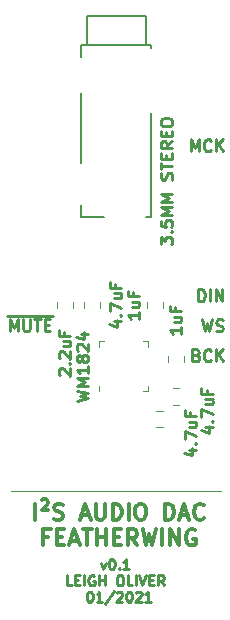
<source format=gbr>
%TF.GenerationSoftware,KiCad,Pcbnew,5.99.0-unknown-fc7f1d1d86~106~ubuntu20.04.1*%
%TF.CreationDate,2021-01-14T14:57:37+11:00*%
%TF.ProjectId,dac-featherwing,6461632d-6665-4617-9468-657277696e67,rev?*%
%TF.SameCoordinates,Original*%
%TF.FileFunction,Legend,Top*%
%TF.FilePolarity,Positive*%
%FSLAX46Y46*%
G04 Gerber Fmt 4.6, Leading zero omitted, Abs format (unit mm)*
G04 Created by KiCad (PCBNEW 5.99.0-unknown-fc7f1d1d86~106~ubuntu20.04.1) date 2021-01-14 14:57:37*
%MOMM*%
%LPD*%
G01*
G04 APERTURE LIST*
%ADD10C,0.120000*%
%ADD11C,0.250000*%
%ADD12C,0.312500*%
%ADD13C,0.212500*%
%ADD14C,0.150000*%
%ADD15C,0.127000*%
G04 APERTURE END LIST*
D10*
X157480000Y-113284000D02*
X175260000Y-113284000D01*
D11*
X173319785Y-97226380D02*
X173319785Y-96226380D01*
X173557880Y-96226380D01*
X173700738Y-96274000D01*
X173795976Y-96369238D01*
X173843595Y-96464476D01*
X173891214Y-96654952D01*
X173891214Y-96797809D01*
X173843595Y-96988285D01*
X173795976Y-97083523D01*
X173700738Y-97178761D01*
X173557880Y-97226380D01*
X173319785Y-97226380D01*
X174319785Y-97226380D02*
X174319785Y-96226380D01*
X174795976Y-97226380D02*
X174795976Y-96226380D01*
X175367404Y-97226380D01*
X175367404Y-96226380D01*
X173653119Y-98766380D02*
X173891214Y-99766380D01*
X174081690Y-99052095D01*
X174272166Y-99766380D01*
X174510261Y-98766380D01*
X174843595Y-99718761D02*
X174986452Y-99766380D01*
X175224547Y-99766380D01*
X175319785Y-99718761D01*
X175367404Y-99671142D01*
X175415023Y-99575904D01*
X175415023Y-99480666D01*
X175367404Y-99385428D01*
X175319785Y-99337809D01*
X175224547Y-99290190D01*
X175034071Y-99242571D01*
X174938833Y-99194952D01*
X174891214Y-99147333D01*
X174843595Y-99052095D01*
X174843595Y-98956857D01*
X174891214Y-98861619D01*
X174938833Y-98814000D01*
X175034071Y-98766380D01*
X175272166Y-98766380D01*
X175415023Y-98814000D01*
D12*
X159520428Y-115728964D02*
X159520428Y-114378964D01*
X160099000Y-114057535D02*
X160227571Y-113993250D01*
X160420428Y-113993250D01*
X160549000Y-114057535D01*
X160613285Y-114186107D01*
X160613285Y-114314678D01*
X160549000Y-114443250D01*
X160099000Y-114893250D01*
X160613285Y-114893250D01*
X161127571Y-115664678D02*
X161320428Y-115728964D01*
X161641857Y-115728964D01*
X161770428Y-115664678D01*
X161834714Y-115600392D01*
X161899000Y-115471821D01*
X161899000Y-115343250D01*
X161834714Y-115214678D01*
X161770428Y-115150392D01*
X161641857Y-115086107D01*
X161384714Y-115021821D01*
X161256142Y-114957535D01*
X161191857Y-114893250D01*
X161127571Y-114764678D01*
X161127571Y-114636107D01*
X161191857Y-114507535D01*
X161256142Y-114443250D01*
X161384714Y-114378964D01*
X161706142Y-114378964D01*
X161899000Y-114443250D01*
X163441857Y-115343250D02*
X164084714Y-115343250D01*
X163313285Y-115728964D02*
X163763285Y-114378964D01*
X164213285Y-115728964D01*
X164663285Y-114378964D02*
X164663285Y-115471821D01*
X164727571Y-115600392D01*
X164791857Y-115664678D01*
X164920428Y-115728964D01*
X165177571Y-115728964D01*
X165306142Y-115664678D01*
X165370428Y-115600392D01*
X165434714Y-115471821D01*
X165434714Y-114378964D01*
X166077571Y-115728964D02*
X166077571Y-114378964D01*
X166399000Y-114378964D01*
X166591857Y-114443250D01*
X166720428Y-114571821D01*
X166784714Y-114700392D01*
X166849000Y-114957535D01*
X166849000Y-115150392D01*
X166784714Y-115407535D01*
X166720428Y-115536107D01*
X166591857Y-115664678D01*
X166399000Y-115728964D01*
X166077571Y-115728964D01*
X167427571Y-115728964D02*
X167427571Y-114378964D01*
X168327571Y-114378964D02*
X168584714Y-114378964D01*
X168713285Y-114443250D01*
X168841857Y-114571821D01*
X168906142Y-114828964D01*
X168906142Y-115278964D01*
X168841857Y-115536107D01*
X168713285Y-115664678D01*
X168584714Y-115728964D01*
X168327571Y-115728964D01*
X168199000Y-115664678D01*
X168070428Y-115536107D01*
X168006142Y-115278964D01*
X168006142Y-114828964D01*
X168070428Y-114571821D01*
X168199000Y-114443250D01*
X168327571Y-114378964D01*
X170513285Y-115728964D02*
X170513285Y-114378964D01*
X170834714Y-114378964D01*
X171027571Y-114443250D01*
X171156142Y-114571821D01*
X171220428Y-114700392D01*
X171284714Y-114957535D01*
X171284714Y-115150392D01*
X171220428Y-115407535D01*
X171156142Y-115536107D01*
X171027571Y-115664678D01*
X170834714Y-115728964D01*
X170513285Y-115728964D01*
X171799000Y-115343250D02*
X172441857Y-115343250D01*
X171670428Y-115728964D02*
X172120428Y-114378964D01*
X172570428Y-115728964D01*
X173791857Y-115600392D02*
X173727571Y-115664678D01*
X173534714Y-115728964D01*
X173406142Y-115728964D01*
X173213285Y-115664678D01*
X173084714Y-115536107D01*
X173020428Y-115407535D01*
X172956142Y-115150392D01*
X172956142Y-114957535D01*
X173020428Y-114700392D01*
X173084714Y-114571821D01*
X173213285Y-114443250D01*
X173406142Y-114378964D01*
X173534714Y-114378964D01*
X173727571Y-114443250D01*
X173791857Y-114507535D01*
X160645428Y-117195321D02*
X160195428Y-117195321D01*
X160195428Y-117902464D02*
X160195428Y-116552464D01*
X160838285Y-116552464D01*
X161352571Y-117195321D02*
X161802571Y-117195321D01*
X161995428Y-117902464D02*
X161352571Y-117902464D01*
X161352571Y-116552464D01*
X161995428Y-116552464D01*
X162509714Y-117516750D02*
X163152571Y-117516750D01*
X162381142Y-117902464D02*
X162831142Y-116552464D01*
X163281142Y-117902464D01*
X163538285Y-116552464D02*
X164309714Y-116552464D01*
X163924000Y-117902464D02*
X163924000Y-116552464D01*
X164759714Y-117902464D02*
X164759714Y-116552464D01*
X164759714Y-117195321D02*
X165531142Y-117195321D01*
X165531142Y-117902464D02*
X165531142Y-116552464D01*
X166174000Y-117195321D02*
X166624000Y-117195321D01*
X166816857Y-117902464D02*
X166174000Y-117902464D01*
X166174000Y-116552464D01*
X166816857Y-116552464D01*
X168166857Y-117902464D02*
X167716857Y-117259607D01*
X167395428Y-117902464D02*
X167395428Y-116552464D01*
X167909714Y-116552464D01*
X168038285Y-116616750D01*
X168102571Y-116681035D01*
X168166857Y-116809607D01*
X168166857Y-117002464D01*
X168102571Y-117131035D01*
X168038285Y-117195321D01*
X167909714Y-117259607D01*
X167395428Y-117259607D01*
X168616857Y-116552464D02*
X168938285Y-117902464D01*
X169195428Y-116938178D01*
X169452571Y-117902464D01*
X169774000Y-116552464D01*
X170288285Y-117902464D02*
X170288285Y-116552464D01*
X170931142Y-117902464D02*
X170931142Y-116552464D01*
X171702571Y-117902464D01*
X171702571Y-116552464D01*
X173052571Y-116616750D02*
X172924000Y-116552464D01*
X172731142Y-116552464D01*
X172538285Y-116616750D01*
X172409714Y-116745321D01*
X172345428Y-116873892D01*
X172281142Y-117131035D01*
X172281142Y-117323892D01*
X172345428Y-117581035D01*
X172409714Y-117709607D01*
X172538285Y-117838178D01*
X172731142Y-117902464D01*
X172859714Y-117902464D01*
X173052571Y-117838178D01*
X173116857Y-117773892D01*
X173116857Y-117323892D01*
X172859714Y-117323892D01*
D11*
X173176928Y-101782571D02*
X173319785Y-101830190D01*
X173367404Y-101877809D01*
X173415023Y-101973047D01*
X173415023Y-102115904D01*
X173367404Y-102211142D01*
X173319785Y-102258761D01*
X173224547Y-102306380D01*
X172843595Y-102306380D01*
X172843595Y-101306380D01*
X173176928Y-101306380D01*
X173272166Y-101354000D01*
X173319785Y-101401619D01*
X173367404Y-101496857D01*
X173367404Y-101592095D01*
X173319785Y-101687333D01*
X173272166Y-101734952D01*
X173176928Y-101782571D01*
X172843595Y-101782571D01*
X174415023Y-102211142D02*
X174367404Y-102258761D01*
X174224547Y-102306380D01*
X174129309Y-102306380D01*
X173986452Y-102258761D01*
X173891214Y-102163523D01*
X173843595Y-102068285D01*
X173795976Y-101877809D01*
X173795976Y-101734952D01*
X173843595Y-101544476D01*
X173891214Y-101449238D01*
X173986452Y-101354000D01*
X174129309Y-101306380D01*
X174224547Y-101306380D01*
X174367404Y-101354000D01*
X174415023Y-101401619D01*
X174843595Y-102306380D02*
X174843595Y-101306380D01*
X175415023Y-102306380D02*
X174986452Y-101734952D01*
X175415023Y-101306380D02*
X174843595Y-101877809D01*
D13*
X165085904Y-119353357D02*
X165288285Y-119920023D01*
X165490666Y-119353357D01*
X165976380Y-119070023D02*
X166057333Y-119070023D01*
X166138285Y-119110500D01*
X166178761Y-119150976D01*
X166219238Y-119231928D01*
X166259714Y-119393833D01*
X166259714Y-119596214D01*
X166219238Y-119758119D01*
X166178761Y-119839071D01*
X166138285Y-119879547D01*
X166057333Y-119920023D01*
X165976380Y-119920023D01*
X165895428Y-119879547D01*
X165854952Y-119839071D01*
X165814476Y-119758119D01*
X165774000Y-119596214D01*
X165774000Y-119393833D01*
X165814476Y-119231928D01*
X165854952Y-119150976D01*
X165895428Y-119110500D01*
X165976380Y-119070023D01*
X166624000Y-119839071D02*
X166664476Y-119879547D01*
X166624000Y-119920023D01*
X166583523Y-119879547D01*
X166624000Y-119839071D01*
X166624000Y-119920023D01*
X167474000Y-119920023D02*
X166988285Y-119920023D01*
X167231142Y-119920023D02*
X167231142Y-119070023D01*
X167150190Y-119191452D01*
X167069238Y-119272404D01*
X166988285Y-119312880D01*
X162616857Y-121288523D02*
X162212095Y-121288523D01*
X162212095Y-120438523D01*
X162900190Y-120843285D02*
X163183523Y-120843285D01*
X163304952Y-121288523D02*
X162900190Y-121288523D01*
X162900190Y-120438523D01*
X163304952Y-120438523D01*
X163669238Y-121288523D02*
X163669238Y-120438523D01*
X164519238Y-120479000D02*
X164438285Y-120438523D01*
X164316857Y-120438523D01*
X164195428Y-120479000D01*
X164114476Y-120559952D01*
X164074000Y-120640904D01*
X164033523Y-120802809D01*
X164033523Y-120924238D01*
X164074000Y-121086142D01*
X164114476Y-121167095D01*
X164195428Y-121248047D01*
X164316857Y-121288523D01*
X164397809Y-121288523D01*
X164519238Y-121248047D01*
X164559714Y-121207571D01*
X164559714Y-120924238D01*
X164397809Y-120924238D01*
X164924000Y-121288523D02*
X164924000Y-120438523D01*
X164924000Y-120843285D02*
X165409714Y-120843285D01*
X165409714Y-121288523D02*
X165409714Y-120438523D01*
X166624000Y-120438523D02*
X166785904Y-120438523D01*
X166866857Y-120479000D01*
X166947809Y-120559952D01*
X166988285Y-120721857D01*
X166988285Y-121005190D01*
X166947809Y-121167095D01*
X166866857Y-121248047D01*
X166785904Y-121288523D01*
X166624000Y-121288523D01*
X166543047Y-121248047D01*
X166462095Y-121167095D01*
X166421619Y-121005190D01*
X166421619Y-120721857D01*
X166462095Y-120559952D01*
X166543047Y-120479000D01*
X166624000Y-120438523D01*
X167757333Y-121288523D02*
X167352571Y-121288523D01*
X167352571Y-120438523D01*
X168040666Y-121288523D02*
X168040666Y-120438523D01*
X168324000Y-120438523D02*
X168607333Y-121288523D01*
X168890666Y-120438523D01*
X169174000Y-120843285D02*
X169457333Y-120843285D01*
X169578761Y-121288523D02*
X169174000Y-121288523D01*
X169174000Y-120438523D01*
X169578761Y-120438523D01*
X170428761Y-121288523D02*
X170145428Y-120883761D01*
X169943047Y-121288523D02*
X169943047Y-120438523D01*
X170266857Y-120438523D01*
X170347809Y-120479000D01*
X170388285Y-120519476D01*
X170428761Y-120600428D01*
X170428761Y-120721857D01*
X170388285Y-120802809D01*
X170347809Y-120843285D01*
X170266857Y-120883761D01*
X169943047Y-120883761D01*
X164114476Y-121807023D02*
X164195428Y-121807023D01*
X164276380Y-121847500D01*
X164316857Y-121887976D01*
X164357333Y-121968928D01*
X164397809Y-122130833D01*
X164397809Y-122333214D01*
X164357333Y-122495119D01*
X164316857Y-122576071D01*
X164276380Y-122616547D01*
X164195428Y-122657023D01*
X164114476Y-122657023D01*
X164033523Y-122616547D01*
X163993047Y-122576071D01*
X163952571Y-122495119D01*
X163912095Y-122333214D01*
X163912095Y-122130833D01*
X163952571Y-121968928D01*
X163993047Y-121887976D01*
X164033523Y-121847500D01*
X164114476Y-121807023D01*
X165207333Y-122657023D02*
X164721619Y-122657023D01*
X164964476Y-122657023D02*
X164964476Y-121807023D01*
X164883523Y-121928452D01*
X164802571Y-122009404D01*
X164721619Y-122049880D01*
X166178761Y-121766547D02*
X165450190Y-122859404D01*
X166421619Y-121887976D02*
X166462095Y-121847500D01*
X166543047Y-121807023D01*
X166745428Y-121807023D01*
X166826380Y-121847500D01*
X166866857Y-121887976D01*
X166907333Y-121968928D01*
X166907333Y-122049880D01*
X166866857Y-122171309D01*
X166381142Y-122657023D01*
X166907333Y-122657023D01*
X167433523Y-121807023D02*
X167514476Y-121807023D01*
X167595428Y-121847500D01*
X167635904Y-121887976D01*
X167676380Y-121968928D01*
X167716857Y-122130833D01*
X167716857Y-122333214D01*
X167676380Y-122495119D01*
X167635904Y-122576071D01*
X167595428Y-122616547D01*
X167514476Y-122657023D01*
X167433523Y-122657023D01*
X167352571Y-122616547D01*
X167312095Y-122576071D01*
X167271619Y-122495119D01*
X167231142Y-122333214D01*
X167231142Y-122130833D01*
X167271619Y-121968928D01*
X167312095Y-121887976D01*
X167352571Y-121847500D01*
X167433523Y-121807023D01*
X168040666Y-121887976D02*
X168081142Y-121847500D01*
X168162095Y-121807023D01*
X168364476Y-121807023D01*
X168445428Y-121847500D01*
X168485904Y-121887976D01*
X168526380Y-121968928D01*
X168526380Y-122049880D01*
X168485904Y-122171309D01*
X168000190Y-122657023D01*
X168526380Y-122657023D01*
X169335904Y-122657023D02*
X168850190Y-122657023D01*
X169093047Y-122657023D02*
X169093047Y-121807023D01*
X169012095Y-121928452D01*
X168931142Y-122009404D01*
X168850190Y-122049880D01*
D11*
X157134500Y-98484000D02*
X158277357Y-98484000D01*
X157372595Y-99766380D02*
X157372595Y-98766380D01*
X157705928Y-99480666D01*
X158039261Y-98766380D01*
X158039261Y-99766380D01*
X158277357Y-98484000D02*
X159324976Y-98484000D01*
X158515452Y-98766380D02*
X158515452Y-99575904D01*
X158563071Y-99671142D01*
X158610690Y-99718761D01*
X158705928Y-99766380D01*
X158896404Y-99766380D01*
X158991642Y-99718761D01*
X159039261Y-99671142D01*
X159086880Y-99575904D01*
X159086880Y-98766380D01*
X159324976Y-98484000D02*
X160086880Y-98484000D01*
X159420214Y-98766380D02*
X159991642Y-98766380D01*
X159705928Y-99766380D02*
X159705928Y-98766380D01*
X160086880Y-98484000D02*
X160991642Y-98484000D01*
X160324976Y-99242571D02*
X160658309Y-99242571D01*
X160801166Y-99766380D02*
X160324976Y-99766380D01*
X160324976Y-98766380D01*
X160801166Y-98766380D01*
X172700738Y-84526380D02*
X172700738Y-83526380D01*
X173034071Y-84240666D01*
X173367404Y-83526380D01*
X173367404Y-84526380D01*
X174415023Y-84431142D02*
X174367404Y-84478761D01*
X174224547Y-84526380D01*
X174129309Y-84526380D01*
X173986452Y-84478761D01*
X173891214Y-84383523D01*
X173843595Y-84288285D01*
X173795976Y-84097809D01*
X173795976Y-83954952D01*
X173843595Y-83764476D01*
X173891214Y-83669238D01*
X173986452Y-83574000D01*
X174129309Y-83526380D01*
X174224547Y-83526380D01*
X174367404Y-83574000D01*
X174415023Y-83621619D01*
X174843595Y-84526380D02*
X174843595Y-83526380D01*
X175415023Y-84526380D02*
X174986452Y-83954952D01*
X175415023Y-83526380D02*
X174843595Y-84097809D01*
%TO.C,U1*%
X163028380Y-105647761D02*
X164028380Y-105409666D01*
X163314095Y-105219190D01*
X164028380Y-105028714D01*
X163028380Y-104790619D01*
X164028380Y-104409666D02*
X163028380Y-104409666D01*
X163742666Y-104076333D01*
X163028380Y-103743000D01*
X164028380Y-103743000D01*
X164028380Y-102743000D02*
X164028380Y-103314428D01*
X164028380Y-103028714D02*
X163028380Y-103028714D01*
X163171238Y-103123952D01*
X163266476Y-103219190D01*
X163314095Y-103314428D01*
X163456952Y-102171571D02*
X163409333Y-102266809D01*
X163361714Y-102314428D01*
X163266476Y-102362047D01*
X163218857Y-102362047D01*
X163123619Y-102314428D01*
X163076000Y-102266809D01*
X163028380Y-102171571D01*
X163028380Y-101981095D01*
X163076000Y-101885857D01*
X163123619Y-101838238D01*
X163218857Y-101790619D01*
X163266476Y-101790619D01*
X163361714Y-101838238D01*
X163409333Y-101885857D01*
X163456952Y-101981095D01*
X163456952Y-102171571D01*
X163504571Y-102266809D01*
X163552190Y-102314428D01*
X163647428Y-102362047D01*
X163837904Y-102362047D01*
X163933142Y-102314428D01*
X163980761Y-102266809D01*
X164028380Y-102171571D01*
X164028380Y-101981095D01*
X163980761Y-101885857D01*
X163933142Y-101838238D01*
X163837904Y-101790619D01*
X163647428Y-101790619D01*
X163552190Y-101838238D01*
X163504571Y-101885857D01*
X163456952Y-101981095D01*
X163123619Y-101409666D02*
X163076000Y-101362047D01*
X163028380Y-101266809D01*
X163028380Y-101028714D01*
X163076000Y-100933476D01*
X163123619Y-100885857D01*
X163218857Y-100838238D01*
X163314095Y-100838238D01*
X163456952Y-100885857D01*
X164028380Y-101457285D01*
X164028380Y-100838238D01*
X163361714Y-99981095D02*
X164028380Y-99981095D01*
X162980761Y-100219190D02*
X163695047Y-100457285D01*
X163695047Y-99838238D01*
D14*
%TO.C,*%
D11*
%TO.C,C1*%
X172505714Y-109810690D02*
X173172380Y-109810690D01*
X172124761Y-110048785D02*
X172839047Y-110286880D01*
X172839047Y-109667833D01*
X173077142Y-109286880D02*
X173124761Y-109239261D01*
X173172380Y-109286880D01*
X173124761Y-109334500D01*
X173077142Y-109286880D01*
X173172380Y-109286880D01*
X172172380Y-108905928D02*
X172172380Y-108239261D01*
X173172380Y-108667833D01*
X172505714Y-107429738D02*
X173172380Y-107429738D01*
X172505714Y-107858309D02*
X173029523Y-107858309D01*
X173124761Y-107810690D01*
X173172380Y-107715452D01*
X173172380Y-107572595D01*
X173124761Y-107477357D01*
X173077142Y-107429738D01*
X172648571Y-106620214D02*
X172648571Y-106953547D01*
X173172380Y-106953547D02*
X172172380Y-106953547D01*
X172172380Y-106477357D01*
%TO.C,C5*%
X166155714Y-98940761D02*
X166822380Y-98940761D01*
X165774761Y-99178857D02*
X166489047Y-99416952D01*
X166489047Y-98797904D01*
X166727142Y-98416952D02*
X166774761Y-98369333D01*
X166822380Y-98416952D01*
X166774761Y-98464571D01*
X166727142Y-98416952D01*
X166822380Y-98416952D01*
X165822380Y-98036000D02*
X165822380Y-97369333D01*
X166822380Y-97797904D01*
X166155714Y-96559809D02*
X166822380Y-96559809D01*
X166155714Y-96988380D02*
X166679523Y-96988380D01*
X166774761Y-96940761D01*
X166822380Y-96845523D01*
X166822380Y-96702666D01*
X166774761Y-96607428D01*
X166727142Y-96559809D01*
X166298571Y-95750285D02*
X166298571Y-96083619D01*
X166822380Y-96083619D02*
X165822380Y-96083619D01*
X165822380Y-95607428D01*
%TO.C,C4*%
X168346380Y-98131238D02*
X168346380Y-98702666D01*
X168346380Y-98416952D02*
X167346380Y-98416952D01*
X167489238Y-98512190D01*
X167584476Y-98607428D01*
X167632095Y-98702666D01*
X167679714Y-97274095D02*
X168346380Y-97274095D01*
X167679714Y-97702666D02*
X168203523Y-97702666D01*
X168298761Y-97655047D01*
X168346380Y-97559809D01*
X168346380Y-97416952D01*
X168298761Y-97321714D01*
X168251142Y-97274095D01*
X167822571Y-96464571D02*
X167822571Y-96797904D01*
X168346380Y-96797904D02*
X167346380Y-96797904D01*
X167346380Y-96321714D01*
%TO.C,C3*%
X171902380Y-99401238D02*
X171902380Y-99972666D01*
X171902380Y-99686952D02*
X170902380Y-99686952D01*
X171045238Y-99782190D01*
X171140476Y-99877428D01*
X171188095Y-99972666D01*
X171235714Y-98544095D02*
X171902380Y-98544095D01*
X171235714Y-98972666D02*
X171759523Y-98972666D01*
X171854761Y-98925047D01*
X171902380Y-98829809D01*
X171902380Y-98686952D01*
X171854761Y-98591714D01*
X171807142Y-98544095D01*
X171378571Y-97734571D02*
X171378571Y-98067904D01*
X171902380Y-98067904D02*
X170902380Y-98067904D01*
X170902380Y-97591714D01*
%TO.C,3.5MM STEREO*%
X170140380Y-92404642D02*
X170140380Y-91785595D01*
X170521333Y-92118928D01*
X170521333Y-91976071D01*
X170568952Y-91880833D01*
X170616571Y-91833214D01*
X170711809Y-91785595D01*
X170949904Y-91785595D01*
X171045142Y-91833214D01*
X171092761Y-91880833D01*
X171140380Y-91976071D01*
X171140380Y-92261785D01*
X171092761Y-92357023D01*
X171045142Y-92404642D01*
X171045142Y-91357023D02*
X171092761Y-91309404D01*
X171140380Y-91357023D01*
X171092761Y-91404642D01*
X171045142Y-91357023D01*
X171140380Y-91357023D01*
X170140380Y-90404642D02*
X170140380Y-90880833D01*
X170616571Y-90928452D01*
X170568952Y-90880833D01*
X170521333Y-90785595D01*
X170521333Y-90547500D01*
X170568952Y-90452261D01*
X170616571Y-90404642D01*
X170711809Y-90357023D01*
X170949904Y-90357023D01*
X171045142Y-90404642D01*
X171092761Y-90452261D01*
X171140380Y-90547500D01*
X171140380Y-90785595D01*
X171092761Y-90880833D01*
X171045142Y-90928452D01*
X171140380Y-89928452D02*
X170140380Y-89928452D01*
X170854666Y-89595119D01*
X170140380Y-89261785D01*
X171140380Y-89261785D01*
X171140380Y-88785595D02*
X170140380Y-88785595D01*
X170854666Y-88452261D01*
X170140380Y-88118928D01*
X171140380Y-88118928D01*
X171092761Y-86928452D02*
X171140380Y-86785595D01*
X171140380Y-86547500D01*
X171092761Y-86452261D01*
X171045142Y-86404642D01*
X170949904Y-86357023D01*
X170854666Y-86357023D01*
X170759428Y-86404642D01*
X170711809Y-86452261D01*
X170664190Y-86547500D01*
X170616571Y-86737976D01*
X170568952Y-86833214D01*
X170521333Y-86880833D01*
X170426095Y-86928452D01*
X170330857Y-86928452D01*
X170235619Y-86880833D01*
X170188000Y-86833214D01*
X170140380Y-86737976D01*
X170140380Y-86499880D01*
X170188000Y-86357023D01*
X170140380Y-86071309D02*
X170140380Y-85499880D01*
X171140380Y-85785595D02*
X170140380Y-85785595D01*
X170616571Y-85166547D02*
X170616571Y-84833214D01*
X171140380Y-84690357D02*
X171140380Y-85166547D01*
X170140380Y-85166547D01*
X170140380Y-84690357D01*
X171140380Y-83690357D02*
X170664190Y-84023690D01*
X171140380Y-84261785D02*
X170140380Y-84261785D01*
X170140380Y-83880833D01*
X170188000Y-83785595D01*
X170235619Y-83737976D01*
X170330857Y-83690357D01*
X170473714Y-83690357D01*
X170568952Y-83737976D01*
X170616571Y-83785595D01*
X170664190Y-83880833D01*
X170664190Y-84261785D01*
X170616571Y-83261785D02*
X170616571Y-82928452D01*
X171140380Y-82785595D02*
X171140380Y-83261785D01*
X170140380Y-83261785D01*
X170140380Y-82785595D01*
X170140380Y-82166547D02*
X170140380Y-81976071D01*
X170188000Y-81880833D01*
X170283238Y-81785595D01*
X170473714Y-81737976D01*
X170807047Y-81737976D01*
X170997523Y-81785595D01*
X171092761Y-81880833D01*
X171140380Y-81976071D01*
X171140380Y-82166547D01*
X171092761Y-82261785D01*
X170997523Y-82357023D01*
X170807047Y-82404642D01*
X170473714Y-82404642D01*
X170283238Y-82357023D01*
X170188000Y-82261785D01*
X170140380Y-82166547D01*
%TO.C,C2*%
X173902714Y-107905690D02*
X174569380Y-107905690D01*
X173521761Y-108143785D02*
X174236047Y-108381880D01*
X174236047Y-107762833D01*
X174474142Y-107381880D02*
X174521761Y-107334261D01*
X174569380Y-107381880D01*
X174521761Y-107429500D01*
X174474142Y-107381880D01*
X174569380Y-107381880D01*
X173569380Y-107000928D02*
X173569380Y-106334261D01*
X174569380Y-106762833D01*
X173902714Y-105524738D02*
X174569380Y-105524738D01*
X173902714Y-105953309D02*
X174426523Y-105953309D01*
X174521761Y-105905690D01*
X174569380Y-105810452D01*
X174569380Y-105667595D01*
X174521761Y-105572357D01*
X174474142Y-105524738D01*
X174045571Y-104715214D02*
X174045571Y-105048547D01*
X174569380Y-105048547D02*
X173569380Y-105048547D01*
X173569380Y-104572357D01*
%TO.C,C6*%
X161599619Y-103480952D02*
X161552000Y-103433333D01*
X161504380Y-103338095D01*
X161504380Y-103100000D01*
X161552000Y-103004761D01*
X161599619Y-102957142D01*
X161694857Y-102909523D01*
X161790095Y-102909523D01*
X161932952Y-102957142D01*
X162504380Y-103528571D01*
X162504380Y-102909523D01*
X162409142Y-102480952D02*
X162456761Y-102433333D01*
X162504380Y-102480952D01*
X162456761Y-102528571D01*
X162409142Y-102480952D01*
X162504380Y-102480952D01*
X161599619Y-102052380D02*
X161552000Y-102004761D01*
X161504380Y-101909523D01*
X161504380Y-101671428D01*
X161552000Y-101576190D01*
X161599619Y-101528571D01*
X161694857Y-101480952D01*
X161790095Y-101480952D01*
X161932952Y-101528571D01*
X162504380Y-102100000D01*
X162504380Y-101480952D01*
X161837714Y-100623809D02*
X162504380Y-100623809D01*
X161837714Y-101052380D02*
X162361523Y-101052380D01*
X162456761Y-101004761D01*
X162504380Y-100909523D01*
X162504380Y-100766666D01*
X162456761Y-100671428D01*
X162409142Y-100623809D01*
X161980571Y-99814285D02*
X161980571Y-100147619D01*
X162504380Y-100147619D02*
X161504380Y-100147619D01*
X161504380Y-99671428D01*
D10*
%TO.C,U1*%
X169115000Y-100633000D02*
X168640000Y-100633000D01*
X169115000Y-101108000D02*
X169115000Y-100633000D01*
X164895000Y-104378000D02*
X164895000Y-104853000D01*
X169115000Y-104378000D02*
X169115000Y-104853000D01*
X169115000Y-104853000D02*
X168640000Y-104853000D01*
X164895000Y-100633000D02*
X165370000Y-100633000D01*
X164895000Y-101108000D02*
X164895000Y-100633000D01*
%TO.C,C1*%
X169791748Y-106478000D02*
X170314252Y-106478000D01*
X169791748Y-107898000D02*
X170314252Y-107898000D01*
%TO.C,C5*%
X165048000Y-97797252D02*
X165048000Y-97274748D01*
X163628000Y-97797252D02*
X163628000Y-97274748D01*
%TO.C,C4*%
X170382000Y-97797252D02*
X170382000Y-97274748D01*
X168962000Y-97797252D02*
X168962000Y-97274748D01*
%TO.C,C3*%
X170740000Y-102369252D02*
X170740000Y-101846748D01*
X172160000Y-102369252D02*
X172160000Y-101846748D01*
D15*
%TO.C,3.5MM STEREO*%
X168870000Y-75554000D02*
X169370000Y-75554000D01*
X163370000Y-90054000D02*
X163370000Y-89054000D01*
X169370000Y-75554000D02*
X169370000Y-75804000D01*
X163370000Y-75554000D02*
X163870000Y-75554000D01*
X169370000Y-90054000D02*
X168870000Y-90054000D01*
X163370000Y-85554000D02*
X163370000Y-79554000D01*
X163870000Y-73054000D02*
X163870000Y-75554000D01*
X168870000Y-73054000D02*
X168870000Y-75554000D01*
X163870000Y-75554000D02*
X168870000Y-75554000D01*
X165370000Y-90054000D02*
X163370000Y-90054000D01*
X169370000Y-81304000D02*
X169370000Y-90054000D01*
X163370000Y-76554000D02*
X163370000Y-75554000D01*
X168870000Y-73054000D02*
X163870000Y-73054000D01*
D10*
%TO.C,C2*%
X171188748Y-105993000D02*
X171711252Y-105993000D01*
X171188748Y-104573000D02*
X171711252Y-104573000D01*
%TO.C,C6*%
X161342000Y-97797252D02*
X161342000Y-97274748D01*
X162762000Y-97797252D02*
X162762000Y-97274748D01*
%TD*%
M02*

</source>
